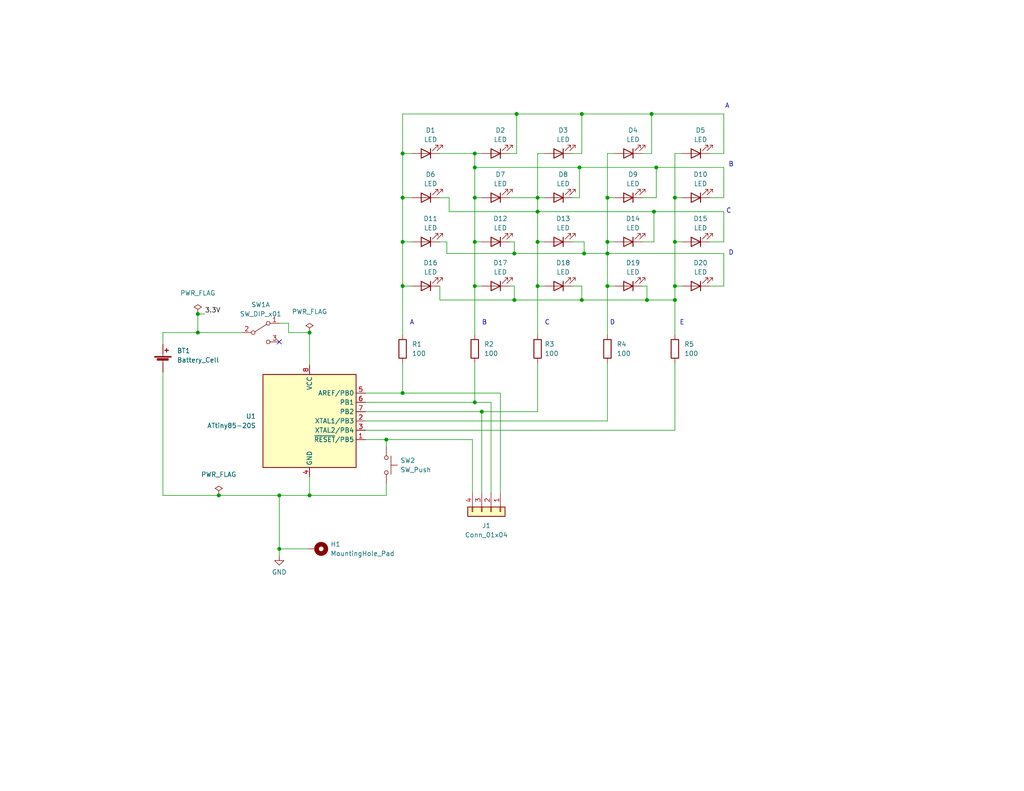
<source format=kicad_sch>
(kicad_sch (version 20211123) (generator eeschema)
  (paper "A")
  (title_block (title "PCB Ornament") (date "2023-01-07") (rev "A"))
  (lib_symbols
    (symbol "Connector_Generic:Conn_01x04" (pin_names (offset 1.016) hide)
      (property "Reference" "J" (at 0 5.08 0))
      (property "Value" "Conn_01x04" (at 0 -7.62 0))
      (symbol "Conn_01x04_1_1"
        (rectangle (start -1.27 -4.953) (end 0 -5.207) (stroke (width 0.1524)))
        (rectangle (start -1.27 -2.413) (end 0 -2.667) (stroke (width 0.1524)))
        (rectangle (start -1.27 0.127) (end 0 -0.127) (stroke (width 0.1524)))
        (rectangle (start -1.27 2.667) (end 0 2.413) (stroke (width 0.1524)))
        (rectangle (start -1.27 3.81) (end 1.27 -6.35) (stroke (width 0.254)) (fill (type background)))
        (pin passive line (at -5.08 2.54 0) (length 3.81) (name "Pin_1") (number "1"))
        (pin passive line (at -5.08 0 0) (length 3.81) (name "Pin_2") (number "2"))
        (pin passive line (at -5.08 -2.54 0) (length 3.81) (name "Pin_3") (number "3"))
        (pin passive line (at -5.08 -5.08 0) (length 3.81) (name "Pin_4") (number "4"))
      )
    )
    (symbol "Device:Battery_Cell" (pin_numbers hide) (pin_names (offset 0) hide)
      (property "Reference" "BT" (at 2.54 2.54 0))
      (property "Value" "Battery_Cell" (at 2.54 0 0))
      (symbol "Battery_Cell_0_1"
        (rectangle (start -2.286 1.778) (end 2.286 1.524) (fill (type outline)))
        (rectangle (start -1.5748 1.1938) (end 1.4732 0.6858) (fill (type outline)))
        (polyline (pts (xy 0 0.762) (xy 0 0)))
        (polyline (pts (xy 0 1.778) (xy 0 2.54)))
        (polyline (pts (xy 0.508 3.429) (xy 1.524 3.429)) (stroke (width 0.254)))
        (polyline (pts (xy 1.016 3.937) (xy 1.016 2.921)) (stroke (width 0.254)))
      )
      (symbol "Battery_Cell_1_1"
        (pin passive line (at 0 5.08 270) (length 2.54) (name "+") (number "1"))
        (pin passive line (at 0 -2.54 90) (length 2.54) (name "-") (number "2"))
      )
    )
    (symbol "Device:LED" (pin_numbers hide) (pin_names (offset 1.016) hide)
      (property "Reference" "D" (at 0 2.54 0))
      (property "Value" "LED" (at 0 -2.54 0))
      (symbol "LED_0_1"
        (polyline (pts (xy -1.27 -1.27) (xy -1.27 1.27)) (stroke (width 0.254)))
        (polyline (pts (xy -1.27 0) (xy 1.27 0)))
        (polyline (pts (xy 1.27 -1.27) (xy 1.27 1.27) (xy -1.27 0) (xy 1.27 -1.27)) (stroke (width 0.254)))
        (polyline (pts (xy -3.048 -0.762) (xy -4.572 -2.286) (xy -3.81 -2.286) (xy -4.572 -2.286) (xy -4.572 -1.524)))
        (polyline (pts (xy -1.778 -0.762) (xy -3.302 -2.286) (xy -2.54 -2.286) (xy -3.302 -2.286) (xy -3.302 -1.524)))
      )
      (symbol "LED_1_1"
        (pin passive line (at -3.81 0 0) (length 2.54) (name "K") (number "1"))
        (pin passive line (at 3.81 0 180) (length 2.54) (name "A") (number "2"))
      )
    )
    (symbol "Device:R" (pin_numbers hide) (pin_names (offset 0))
      (property "Reference" "R" (at 2.032 0 90))
      (property "Value" "R" (at 0 0 90))
      (symbol "R_0_1"
        (rectangle (start -1.016 -2.54) (end 1.016 2.54) (stroke (width 0.254)))
      )
      (symbol "R_1_1"
        (pin passive line (at 0 3.81 270) (length 1.27) (name "~") (number "1"))
        (pin passive line (at 0 -3.81 90) (length 1.27) (name "~") (number "2"))
      )
    )
    (symbol "MCU_Microchip_ATtiny:ATtiny85-20S"
      (property "Reference" "U" (at -12.7 13.97 0))
      (property "Value" "ATtiny85-20S" (at 2.54 -13.97 0))
      (symbol "ATtiny85-20S_0_1"
        (rectangle (start -12.7 -12.7) (end 12.7 12.7) (stroke (width 0.254)) (fill (type background)))
      )
      (symbol "ATtiny85-20S_1_1"
        (pin bidirectional line (at 15.24 -5.08 180) (length 2.54) (name "~{RESET}/PB5") (number "1"))
        (pin bidirectional line (at 15.24 0 180) (length 2.54) (name "XTAL1/PB3") (number "2"))
        (pin bidirectional line (at 15.24 -2.54 180) (length 2.54) (name "XTAL2/PB4") (number "3"))
        (pin power_in line (at 0 -15.24 90) (length 2.54) (name "GND") (number "4"))
        (pin bidirectional line (at 15.24 7.62 180) (length 2.54) (name "AREF/PB0") (number "5"))
        (pin bidirectional line (at 15.24 5.08 180) (length 2.54) (name "PB1") (number "6"))
        (pin bidirectional line (at 15.24 2.54 180) (length 2.54) (name "PB2") (number "7"))
        (pin power_in line (at 0 15.24 270) (length 2.54) (name "VCC") (number "8"))
      )
    )
    (symbol "Mechanical:MountingHole_Pad" (pin_numbers hide) (pin_names (offset 1.016) hide)
      (property "Reference" "H" (at 0 6.35 0))
      (property "Value" "MountingHole_Pad" (at 0 4.445 0))
      (symbol "MountingHole_Pad_0_1"
        (circle (center 0 1.27) (radius 1.27) (stroke (width 1.27)))
      )
      (symbol "MountingHole_Pad_1_1"
        (pin input line (at 0 -2.54 90) (length 2.54) (name "1") (number "1"))
      )
    )
    (symbol "Switch:SW_DPDT_x2" (pin_names (offset 0) hide)
      (property "Reference" "SW" (at 0 4.318 0))
      (property "Value" "SW_DPDT_x2" (at 0 -5.08 0))
      (symbol "SW_DPDT_x2_0_0"
        (circle (center -2.032 0) (radius 0.508))
        (circle (center 2.032 -2.54) (radius 0.508))
      )
      (symbol "SW_DPDT_x2_0_1"
        (polyline (pts (xy -1.524 0.254) (xy 1.651 2.286)))
        (circle (center 2.032 2.54) (radius 0.508))
      )
      (symbol "SW_DPDT_x2_1_1"
        (pin passive line (at 5.08 2.54 180) (length 2.54) (name "A") (number "1"))
        (pin passive line (at -5.08 0 0) (length 2.54) (name "B") (number "2"))
        (pin passive line (at 5.08 -2.54 180) (length 2.54) (name "C") (number "3"))
      )
      (symbol "SW_DPDT_x2_2_1"
        (pin passive line (at 5.08 2.54 180) (length 2.54) (name "A") (number "4"))
        (pin passive line (at -5.08 0 0) (length 2.54) (name "B") (number "5"))
        (pin passive line (at 5.08 -2.54 180) (length 2.54) (name "C") (number "6"))
      )
    )
    (symbol "Switch:SW_Push" (pin_numbers hide) (pin_names (offset 1.016) hide)
      (property "Reference" "SW" (at 1.27 2.54 0))
      (property "Value" "SW_Push" (at 0 -1.524 0))
      (symbol "SW_Push_0_1"
        (circle (center -2.032 0) (radius 0.508))
        (polyline (pts (xy 0 1.27) (xy 0 3.048)))
        (polyline (pts (xy 2.54 1.27) (xy -2.54 1.27)))
        (circle (center 2.032 0) (radius 0.508))
        (pin passive line (at -5.08 0 0) (length 2.54) (name "1") (number "1"))
        (pin passive line (at 5.08 0 180) (length 2.54) (name "2") (number "2"))
      )
    )
    (symbol "power:GND" (power) (pin_names (offset 0))
      (property "Value" "GND" (at 0 -3.81 0))
      (symbol "GND_0_1"
        (polyline (pts (xy 0 0) (xy 0 -1.27) (xy 1.27 -1.27) (xy 0 -2.54) (xy -1.27 -1.27) (xy 0 -1.27)))
      )
      (symbol "GND_1_1"
        (pin power_in line (at 0 0 270) (length 0) hide (name "GND") (number "1"))
      )
    )
    (symbol "power:PWR_FLAG" (power) (pin_numbers hide) (pin_names (offset 0) hide)
      (property "Value" "PWR_FLAG" (at 0 3.81 0))
      (symbol "PWR_FLAG_0_0"
        (pin power_out line (at 0 0 90) (length 0) (name "pwr") (number "1"))
      )
      (symbol "PWR_FLAG_0_1"
        (polyline (pts (xy 0 0) (xy 0 1.27) (xy -1.016 1.905) (xy 0 2.54) (xy 1.016 1.905) (xy 0 1.27)))
      )
    )
  )
  (junction (at 140.335 81.915))
  (junction (at 84.455 90.805))
  (junction (at 165.735 78.105))
  (junction (at 146.685 53.975))
  (junction (at 140.335 69.215))
  (junction (at 179.07 45.72))
  (junction (at 165.735 69.215))
  (junction (at 129.54 41.91))
  (junction (at 109.855 107.315))
  (junction (at 146.685 57.785))
  (junction (at 53.975 85.725))
  (junction (at 76.2 135.255))
  (junction (at 158.75 31.115))
  (junction (at 177.8 31.115))
  (junction (at 109.855 78.105))
  (junction (at 146.685 78.105))
  (junction (at 109.855 53.975))
  (junction (at 129.54 45.72))
  (junction (at 178.435 57.785))
  (junction (at 165.735 66.04))
  (junction (at 131.445 112.395))
  (junction (at 109.855 66.04))
  (junction (at 159.385 69.215))
  (junction (at 84.455 135.255))
  (junction (at 184.15 81.915))
  (junction (at 184.15 78.105))
  (junction (at 146.685 66.04))
  (junction (at 158.75 81.915))
  (junction (at 184.15 53.975))
  (junction (at 129.54 78.105))
  (junction (at 53.975 90.805))
  (junction (at 59.69 135.255))
  (junction (at 76.2 149.86))
  (junction (at 129.54 53.975))
  (junction (at 158.115 45.72))
  (junction (at 109.855 41.91))
  (junction (at 184.15 66.04))
  (junction (at 129.54 66.04))
  (junction (at 176.53 81.915))
  (junction (at 140.97 31.115))
  (junction (at 105.41 120.015))
  (junction (at 165.735 53.975))
  (junction (at 129.54 109.855))
  (no_connect (at 76.2 93.345))
  (wire (pts (xy 146.685 57.785) (xy 178.435 57.785)))
  (wire (pts (xy 197.485 57.785) (xy 197.485 66.04)))
  (wire (pts (xy 159.385 66.04) (xy 159.385 69.215)))
  (wire (pts (xy 120.015 53.975) (xy 122.555 53.975)))
  (wire (pts (xy 146.685 78.105) (xy 146.685 91.44)))
  (wire (pts (xy 105.41 135.255) (xy 105.41 132.08)))
  (wire (pts (xy 109.855 31.115) (xy 140.97 31.115)))
  (wire (pts (xy 129.54 66.04) (xy 131.445 66.04)))
  (wire (pts (xy 128.905 120.015) (xy 128.905 134.62)))
  (wire (pts (xy 83.82 149.86) (xy 76.2 149.86)))
  (wire (pts (xy 184.15 41.91) (xy 186.055 41.91)))
  (wire (pts (xy 76.2 149.86) (xy 76.2 151.765)))
  (wire (pts (xy 136.525 107.315) (xy 136.525 134.62)))
  (wire (pts (xy 158.75 31.115) (xy 177.8 31.115)))
  (wire (pts (xy 139.065 41.91) (xy 140.97 41.91)))
  (wire (pts (xy 184.15 117.475) (xy 184.15 99.06)))
  (wire (pts (xy 44.45 93.98) (xy 44.45 90.805)))
  (wire (pts (xy 184.15 81.915) (xy 184.15 91.44)))
  (wire (pts (xy 184.15 78.105) (xy 184.15 81.915)))
  (wire (pts (xy 99.695 114.935) (xy 165.735 114.935)))
  (wire (pts (xy 158.75 31.115) (xy 158.75 41.91)))
  (wire (pts (xy 165.735 53.975) (xy 167.64 53.975)))
  (wire (pts (xy 146.685 57.785) (xy 146.685 66.04)))
  (wire (pts (xy 78.74 90.805) (xy 84.455 90.805)))
  (wire (pts (xy 129.54 78.105) (xy 131.445 78.105)))
  (wire (pts (xy 175.26 53.975) (xy 179.07 53.975)))
  (wire (pts (xy 99.695 112.395) (xy 131.445 112.395)))
  (wire (pts (xy 165.735 41.91) (xy 167.64 41.91)))
  (wire (pts (xy 184.15 78.105) (xy 186.055 78.105)))
  (wire (pts (xy 140.335 78.105) (xy 139.065 78.105)))
  (wire (pts (xy 140.97 31.115) (xy 140.97 41.91)))
  (wire (pts (xy 76.2 135.255) (xy 84.455 135.255)))
  (wire (pts (xy 197.485 53.975) (xy 197.485 45.72)))
  (wire (pts (xy 84.455 135.255) (xy 84.455 130.175)))
  (wire (pts (xy 131.445 134.62) (xy 131.445 112.395)))
  (wire (pts (xy 120.015 41.91) (xy 129.54 41.91)))
  (wire (pts (xy 105.41 121.92) (xy 105.41 120.015)))
  (wire (pts (xy 109.855 78.105) (xy 112.395 78.105)))
  (wire (pts (xy 140.97 31.115) (xy 158.75 31.115)))
  (wire (pts (xy 165.735 53.975) (xy 165.735 66.04)))
  (wire (pts (xy 140.335 69.215) (xy 159.385 69.215)))
  (wire (pts (xy 84.455 135.255) (xy 105.41 135.255)))
  (wire (pts (xy 122.555 53.975) (xy 122.555 57.785)))
  (wire (pts (xy 129.54 99.06) (xy 129.54 109.855)))
  (wire (pts (xy 140.335 81.915) (xy 158.75 81.915)))
  (wire (pts (xy 109.855 53.975) (xy 112.395 53.975)))
  (wire (pts (xy 146.685 41.91) (xy 148.59 41.91)))
  (wire (pts (xy 59.69 135.255) (xy 76.2 135.255)))
  (wire (pts (xy 146.685 66.04) (xy 146.685 78.105)))
  (wire (pts (xy 129.54 78.105) (xy 129.54 91.44)))
  (wire (pts (xy 129.54 45.72) (xy 129.54 53.975)))
  (wire (pts (xy 109.855 107.315) (xy 136.525 107.315)))
  (wire (pts (xy 139.065 66.04) (xy 140.335 66.04)))
  (wire (pts (xy 105.41 120.015) (xy 128.905 120.015)))
  (wire (pts (xy 179.07 53.975) (xy 179.07 45.72)))
  (wire (pts (xy 178.435 57.785) (xy 178.435 66.04)))
  (wire (pts (xy 109.855 41.91) (xy 109.855 53.975)))
  (wire (pts (xy 197.485 31.115) (xy 177.8 31.115)))
  (wire (pts (xy 184.15 41.91) (xy 184.15 53.975)))
  (wire (pts (xy 133.985 109.855) (xy 133.985 134.62)))
  (wire (pts (xy 129.54 53.975) (xy 129.54 66.04)))
  (wire (pts (xy 120.015 66.04) (xy 121.92 66.04)))
  (wire (pts (xy 53.975 90.805) (xy 66.04 90.805)))
  (wire (pts (xy 99.695 117.475) (xy 184.15 117.475)))
  (wire (pts (xy 165.735 78.105) (xy 165.735 91.44)))
  (wire (pts (xy 129.54 41.91) (xy 131.445 41.91)))
  (wire (pts (xy 44.45 101.6) (xy 44.45 135.255)))
  (wire (pts (xy 131.445 112.395) (xy 146.685 112.395)))
  (wire (pts (xy 165.735 114.935) (xy 165.735 99.06)))
  (wire (pts (xy 109.855 66.04) (xy 109.855 78.105)))
  (wire (pts (xy 197.485 69.215) (xy 197.485 78.105)))
  (wire (pts (xy 44.45 135.255) (xy 59.69 135.255)))
  (wire (pts (xy 175.26 41.91) (xy 177.8 41.91)))
  (wire (pts (xy 146.685 53.975) (xy 148.59 53.975)))
  (wire (pts (xy 197.485 66.04) (xy 193.675 66.04)))
  (wire (pts (xy 109.855 31.115) (xy 109.855 41.91)))
  (wire (pts (xy 129.54 109.855) (xy 133.985 109.855)))
  (wire (pts (xy 120.015 78.105) (xy 120.015 81.915)))
  (wire (pts (xy 99.695 107.315) (xy 109.855 107.315)))
  (wire (pts (xy 76.2 88.265) (xy 78.74 88.265)))
  (wire (pts (xy 158.115 45.72) (xy 158.115 53.975)))
  (wire (pts (xy 184.15 66.04) (xy 186.055 66.04)))
  (wire (pts (xy 109.855 41.91) (xy 112.395 41.91)))
  (wire (pts (xy 105.41 120.015) (xy 99.695 120.015)))
  (wire (pts (xy 165.735 69.215) (xy 165.735 78.105)))
  (wire (pts (xy 121.92 69.215) (xy 140.335 69.215)))
  (wire (pts (xy 129.54 66.04) (xy 129.54 78.105)))
  (wire (pts (xy 129.54 53.975) (xy 131.445 53.975)))
  (wire (pts (xy 184.15 53.975) (xy 186.055 53.975)))
  (wire (pts (xy 165.735 69.215) (xy 197.485 69.215)))
  (wire (pts (xy 84.455 99.695) (xy 84.455 90.805)))
  (wire (pts (xy 158.75 81.915) (xy 176.53 81.915)))
  (wire (pts (xy 129.54 45.72) (xy 158.115 45.72)))
  (wire (pts (xy 158.115 53.975) (xy 156.21 53.975)))
  (wire (pts (xy 193.675 78.105) (xy 197.485 78.105)))
  (wire (pts (xy 158.75 41.91) (xy 156.21 41.91)))
  (wire (pts (xy 176.53 78.105) (xy 175.26 78.105)))
  (wire (pts (xy 193.675 41.91) (xy 197.485 41.91)))
  (wire (pts (xy 165.735 66.04) (xy 167.64 66.04)))
  (wire (pts (xy 122.555 57.785) (xy 146.685 57.785)))
  (wire (pts (xy 178.435 57.785) (xy 197.485 57.785)))
  (wire (pts (xy 129.54 41.91) (xy 129.54 45.72)))
  (wire (pts (xy 176.53 81.915) (xy 184.15 81.915)))
  (wire (pts (xy 140.335 78.105) (xy 140.335 81.915)))
  (wire (pts (xy 165.735 66.04) (xy 165.735 69.215)))
  (wire (pts (xy 109.855 78.105) (xy 109.855 91.44)))
  (wire (pts (xy 197.485 41.91) (xy 197.485 31.115)))
  (wire (pts (xy 146.685 112.395) (xy 146.685 99.06)))
  (wire (pts (xy 193.675 53.975) (xy 197.485 53.975)))
  (wire (pts (xy 184.15 53.975) (xy 184.15 66.04)))
  (wire (pts (xy 165.735 41.91) (xy 165.735 53.975)))
  (wire (pts (xy 140.335 66.04) (xy 140.335 69.215)))
  (wire (pts (xy 109.855 53.975) (xy 109.855 66.04)))
  (wire (pts (xy 146.685 78.105) (xy 148.59 78.105)))
  (wire (pts (xy 146.685 53.975) (xy 146.685 57.785)))
  (wire (pts (xy 139.065 53.975) (xy 146.685 53.975)))
  (wire (pts (xy 44.45 90.805) (xy 53.975 90.805)))
  (wire (pts (xy 78.74 88.265) (xy 78.74 90.805)))
  (wire (pts (xy 53.975 85.725) (xy 55.88 85.725)))
  (wire (pts (xy 109.855 66.04) (xy 112.395 66.04)))
  (wire (pts (xy 109.855 107.315) (xy 109.855 99.06)))
  (wire (pts (xy 121.92 66.04) (xy 121.92 69.215)))
  (wire (pts (xy 175.26 66.04) (xy 178.435 66.04)))
  (wire (pts (xy 146.685 66.04) (xy 148.59 66.04)))
  (wire (pts (xy 156.21 78.105) (xy 158.75 78.105)))
  (wire (pts (xy 177.8 41.91) (xy 177.8 31.115)))
  (wire (pts (xy 158.75 78.105) (xy 158.75 81.915)))
  (wire (pts (xy 159.385 69.215) (xy 165.735 69.215)))
  (wire (pts (xy 99.695 109.855) (xy 129.54 109.855)))
  (wire (pts (xy 76.2 135.255) (xy 76.2 149.86)))
  (wire (pts (xy 184.15 66.04) (xy 184.15 78.105)))
  (wire (pts (xy 53.975 90.805) (xy 53.975 85.725)))
  (wire (pts (xy 156.21 66.04) (xy 159.385 66.04)))
  (wire (pts (xy 120.015 81.915) (xy 140.335 81.915)))
  (wire (pts (xy 165.735 78.105) (xy 167.64 78.105)))
  (wire (pts (xy 197.485 45.72) (xy 179.07 45.72)))
  (wire (pts (xy 179.07 45.72) (xy 158.115 45.72)))
  (wire (pts (xy 146.685 41.91) (xy 146.685 53.975)))
  (wire (pts (xy 176.53 78.105) (xy 176.53 81.915)))
  (text "D" (at 166.37 88.9 0) (effects (font (size 1.27 1.27)) (justify left bottom)))
  (text "C" (at 198.12 58.42 0) (effects (font (size 1.27 1.27)) (justify left bottom)))
  (text "B" (at 131.445 88.9 0) (effects (font (size 1.27 1.27)) (justify left bottom)))
  (text "C" (at 148.59 88.9 0) (effects (font (size 1.27 1.27)) (justify left bottom)))
  (text "A" (at 197.7891 29.7575 0) (effects (font (size 1.27 1.27)) (justify left bottom)))
  (text "D" (at 198.755 69.85 0) (effects (font (size 1.27 1.27)) (justify left bottom)))
  (text "B" (at 198.755 45.72 0) (effects (font (size 1.27 1.27)) (justify left bottom)))
  (text "E\n" (at 185.42 88.9 0) (effects (font (size 1.27 1.27)) (justify left bottom)))
  (text "A" (at 111.76 88.9 0) (effects (font (size 1.27 1.27)) (justify left bottom)))
  (label "3.3V" (at 55.88 85.725 0))
  (symbol (lib_id "Device:LED") (at 135.255 53.975 180) (unit 1)
    (property "Reference" "D7" (at 136.525 47.625 0))
    (property "Value" "LED" (at 136.525 50.165 0))
    (property "Footprint" "Diode_SMD:D_1206_3216Metric_Pad1.42x1.75mm_HandSolder" (effects hide))
  )
  (symbol (lib_id "Device:LED") (at 171.45 78.105 180) (unit 1)
    (property "Reference" "D19" (at 172.72 71.755 0))
    (property "Value" "LED" (at 172.72 74.295 0))
    (property "Footprint" "Diode_SMD:D_1206_3216Metric_Pad1.42x1.75mm_HandSolder" (effects hide))
  )
  (symbol (lib_id "Device:R") (at 165.735 95.25 180) (unit 1)
    (property "Reference" "R4" (at 168.275 93.9799 0) (effects (justify right)))
    (property "Value" "100" (at 168.275 96.5199 0) (effects (justify right)))
    (property "Footprint" "Resistor_SMD:R_1206_3216Metric_Pad1.30x1.75mm_HandSolder" (effects hide))
  )
  (symbol (lib_id "Device:LED") (at 189.865 78.105 180) (unit 1)
    (property "Reference" "D20" (at 191.135 71.755 0))
    (property "Value" "LED" (at 191.135 74.295 0))
    (property "Footprint" "Diode_SMD:D_1206_3216Metric_Pad1.42x1.75mm_HandSolder" (effects hide))
  )
  (symbol (lib_id "Device:LED") (at 152.4 66.04 180) (unit 1)
    (property "Reference" "D13" (at 153.67 59.69 0))
    (property "Value" "LED" (at 153.67 62.23 0))
    (property "Footprint" "Diode_SMD:D_1206_3216Metric_Pad1.42x1.75mm_HandSolder" (effects hide))
  )
  (symbol (lib_id "Connector_Generic:Conn_01x04") (at 133.985 139.7 270) (unit 1)
    (property "Reference" "J1" (at 132.715 143.51 90))
    (property "Value" "Conn_01x04" (at 132.715 146.05 90))
    (property "Footprint" "Connector_PinSocket_2.54mm:PinSocket_1x04_P2.54mm_Vertical" (effects hide))
  )
  (symbol (lib_id "Device:LED") (at 189.865 53.975 180) (unit 1)
    (property "Reference" "D10" (at 191.135 47.625 0))
    (property "Value" "LED" (at 191.135 50.165 0))
    (property "Footprint" "Diode_SMD:D_1206_3216Metric_Pad1.42x1.75mm_HandSolder" (effects hide))
  )
  (symbol (lib_id "Device:LED") (at 152.4 41.91 180) (unit 1)
    (property "Reference" "D3" (at 153.67 35.56 0))
    (property "Value" "LED" (at 153.67 38.1 0))
    (property "Footprint" "Diode_SMD:D_1206_3216Metric_Pad1.42x1.75mm_HandSolder" (effects hide))
  )
  (symbol (lib_id "Device:LED") (at 116.205 41.91 180) (unit 1)
    (property "Reference" "D1" (at 117.475 35.56 0))
    (property "Value" "LED" (at 117.475 38.1 0))
    (property "Footprint" "Diode_SMD:D_1206_3216Metric_Pad1.42x1.75mm_HandSolder" (effects hide))
  )
  (symbol (lib_id "Device:LED") (at 116.205 66.04 180) (unit 1)
    (property "Reference" "D11" (at 117.475 59.69 0))
    (property "Value" "LED" (at 117.475 62.23 0))
    (property "Footprint" "Diode_SMD:D_1206_3216Metric_Pad1.42x1.75mm_HandSolder" (effects hide))
  )
  (symbol (lib_id "Device:LED") (at 152.4 53.975 180) (unit 1)
    (property "Reference" "D8" (at 153.67 47.625 0))
    (property "Value" "LED" (at 153.67 50.165 0))
    (property "Footprint" "Diode_SMD:D_1206_3216Metric_Pad1.42x1.75mm_HandSolder" (effects hide))
  )
  (symbol (lib_id "Device:LED") (at 171.45 53.975 180) (unit 1)
    (property "Reference" "D9" (at 172.72 47.625 0))
    (property "Value" "LED" (at 172.72 50.165 0))
    (property "Footprint" "Diode_SMD:D_1206_3216Metric_Pad1.42x1.75mm_HandSolder" (effects hide))
  )
  (symbol (lib_id "power:GND") (at 76.2 151.765 0) (unit 1)
    (property "Reference" "#PWR01" (effects hide))
    (property "Value" "GND" (at 76.2 156.21 0))
  )
  (symbol (lib_id "Device:LED") (at 171.45 66.04 180) (unit 1)
    (property "Reference" "D14" (at 172.72 59.69 0))
    (property "Value" "LED" (at 172.72 62.23 0))
    (property "Footprint" "Diode_SMD:D_1206_3216Metric_Pad1.42x1.75mm_HandSolder" (effects hide))
  )
  (symbol (lib_id "Device:R") (at 129.54 95.25 180) (unit 1)
    (property "Reference" "R2" (at 132.08 93.9799 0) (effects (justify right)))
    (property "Value" "100" (at 132.08 96.5199 0) (effects (justify right)))
    (property "Footprint" "Resistor_SMD:R_1206_3216Metric_Pad1.30x1.75mm_HandSolder" (effects hide))
  )
  (symbol (lib_id "Device:LED") (at 135.255 41.91 180) (unit 1)
    (property "Reference" "D2" (at 136.525 35.56 0))
    (property "Value" "LED" (at 136.525 38.1 0))
    (property "Footprint" "Diode_SMD:D_1206_3216Metric_Pad1.42x1.75mm_HandSolder" (effects hide))
  )
  (symbol (lib_id "Switch:SW_DPDT_x2") (at 71.12 90.805 0) (unit 1)
    (property "Reference" "SW1" (at 71.12 83.185 0))
    (property "Value" "SW_DIP_x01" (at 71.12 85.725 0))
    (property "Footprint" "Ornament:JS102011SCQN__Switch" (effects hide))
  )
  (symbol (lib_id "power:PWR_FLAG") (at 59.69 135.255 0) (unit 1)
    (property "Reference" "#FLG02" (effects hide))
    (property "Value" "PWR_FLAG" (at 59.69 129.54 0))
  )
  (symbol (lib_id "Device:LED") (at 152.4 78.105 180) (unit 1)
    (property "Reference" "D18" (at 153.67 71.755 0))
    (property "Value" "LED" (at 153.67 74.295 0))
    (property "Footprint" "Diode_SMD:D_1206_3216Metric_Pad1.42x1.75mm_HandSolder" (effects hide))
  )
  (symbol (lib_id "Device:R") (at 109.855 95.25 180) (unit 1)
    (property "Reference" "R1" (at 112.395 93.9799 0) (effects (justify right)))
    (property "Value" "100" (at 112.395 96.5199 0) (effects (justify right)))
    (property "Footprint" "Resistor_SMD:R_1206_3216Metric_Pad1.30x1.75mm_HandSolder" (effects hide))
  )
  (symbol (lib_id "Device:LED") (at 189.865 66.04 180) (unit 1)
    (property "Reference" "D15" (at 191.135 59.69 0))
    (property "Value" "LED" (at 191.135 62.23 0))
    (property "Footprint" "Diode_SMD:D_1206_3216Metric_Pad1.42x1.75mm_HandSolder" (effects hide))
  )
  (symbol (lib_id "power:PWR_FLAG") (at 84.455 90.805 0) (unit 1)
    (property "Reference" "#FLG0101" (effects hide))
    (property "Value" "PWR_FLAG" (at 84.455 85.09 0))
  )
  (symbol (lib_id "Device:LED") (at 116.205 78.105 180) (unit 1)
    (property "Reference" "D16" (at 117.475 71.755 0))
    (property "Value" "LED" (at 117.475 74.295 0))
    (property "Footprint" "Diode_SMD:D_1206_3216Metric_Pad1.42x1.75mm_HandSolder" (effects hide))
  )
  (symbol (lib_id "Device:R") (at 146.685 95.25 180) (unit 1)
    (property "Reference" "R3" (at 148.59 93.9799 0) (effects (justify right)))
    (property "Value" "100" (at 148.59 96.5199 0) (effects (justify right)))
    (property "Footprint" "Resistor_SMD:R_1206_3216Metric_Pad1.30x1.75mm_HandSolder" (effects hide))
  )
  (symbol (lib_id "Device:Battery_Cell") (at 44.45 99.06 0) (unit 1)
    (property "Reference" "BT1" (at 48.26 95.7579 0) (effects (justify left)))
    (property "Value" "Battery_Cell" (at 48.26 98.2979 0) (effects (justify left)))
    (property "Footprint" "Battery:BatteryHolder_Keystone_1058_1x2032" (effects hide))
  )
  (symbol (lib_id "Device:LED") (at 135.255 78.105 180) (unit 1)
    (property "Reference" "D17" (at 136.525 71.755 0))
    (property "Value" "LED" (at 136.525 74.295 0))
    (property "Footprint" "Diode_SMD:D_1206_3216Metric_Pad1.42x1.75mm_HandSolder" (effects hide))
  )
  (symbol (lib_id "MCU_Microchip_ATtiny:ATtiny85-20S") (at 84.455 114.935 0) (unit 1)
    (property "Reference" "U1" (at 69.85 113.6649 0) (effects (justify right)))
    (property "Value" "ATtiny85-20S" (at 69.85 116.2049 0) (effects (justify right)))
    (property "Footprint" "Package_SO:SOIC-8W_5.3x5.3mm_P1.27mm" (effects hide))
    (property "Datasheet" "http://ww1.microchip.com/downloads/en/DeviceDoc/atmel-2586-avr-8-bit-microcontroller-attiny25-attiny45-attiny85_datasheet.pdf" (effects hide))
  )
  (symbol (lib_id "Device:R") (at 184.15 95.25 180) (unit 1)
    (property "Reference" "R5" (at 186.69 93.9799 0) (effects (justify right)))
    (property "Value" "100" (at 186.69 96.5199 0) (effects (justify right)))
    (property "Footprint" "Resistor_SMD:R_1206_3216Metric_Pad1.30x1.75mm_HandSolder" (effects hide))
  )
  (symbol (lib_id "Device:LED") (at 135.255 66.04 180) (unit 1)
    (property "Reference" "D12" (at 136.525 59.69 0))
    (property "Value" "LED" (at 136.525 62.23 0))
    (property "Footprint" "Diode_SMD:D_1206_3216Metric_Pad1.42x1.75mm_HandSolder" (effects hide))
  )
  (symbol (lib_id "Switch:SW_Push") (at 105.41 127 270) (unit 1)
    (property "Reference" "SW2" (at 109.22 125.7299 90) (effects (justify left)))
    (property "Value" "SW_Push" (at 109.22 128.2699 90) (effects (justify left)))
    (property "Footprint" "Ornament:TL3305AF160QG_Push_Button" (effects hide))
  )
  (symbol (lib_id "Device:LED") (at 116.205 53.975 180) (unit 1)
    (property "Reference" "D6" (at 117.475 47.625 0))
    (property "Value" "LED" (at 117.475 50.165 0))
    (property "Footprint" "Diode_SMD:D_1206_3216Metric_Pad1.42x1.75mm_HandSolder" (effects hide))
  )
  (symbol (lib_id "Mechanical:MountingHole_Pad") (at 86.36 149.86 270) (unit 1)
    (property "Reference" "H1" (at 90.17 148.5899 90) (effects (justify left)))
    (property "Value" "MountingHole_Pad" (at 90.17 151.1299 90) (effects (justify left)))
    (property "Footprint" "MountingHole:MountingHole_2.7mm_Pad" (effects hide))
  )
  (symbol (lib_id "Device:LED") (at 189.865 41.91 180) (unit 1)
    (property "Reference" "D5" (at 191.135 35.56 0))
    (property "Value" "LED" (at 191.135 38.1 0))
    (property "Footprint" "Diode_SMD:D_1206_3216Metric_Pad1.42x1.75mm_HandSolder" (effects hide))
  )
  (symbol (lib_id "Device:LED") (at 171.45 41.91 180) (unit 1)
    (property "Reference" "D4" (at 172.72 35.56 0))
    (property "Value" "LED" (at 172.72 38.1 0))
    (property "Footprint" "Diode_SMD:D_1206_3216Metric_Pad1.42x1.75mm_HandSolder" (effects hide))
  )
  (symbol (lib_id "power:PWR_FLAG") (at 53.975 85.725 0) (unit 1)
    (property "Reference" "#FLG01" (effects hide))
    (property "Value" "PWR_FLAG" (at 53.975 80.01 0))
  )
)
</source>
